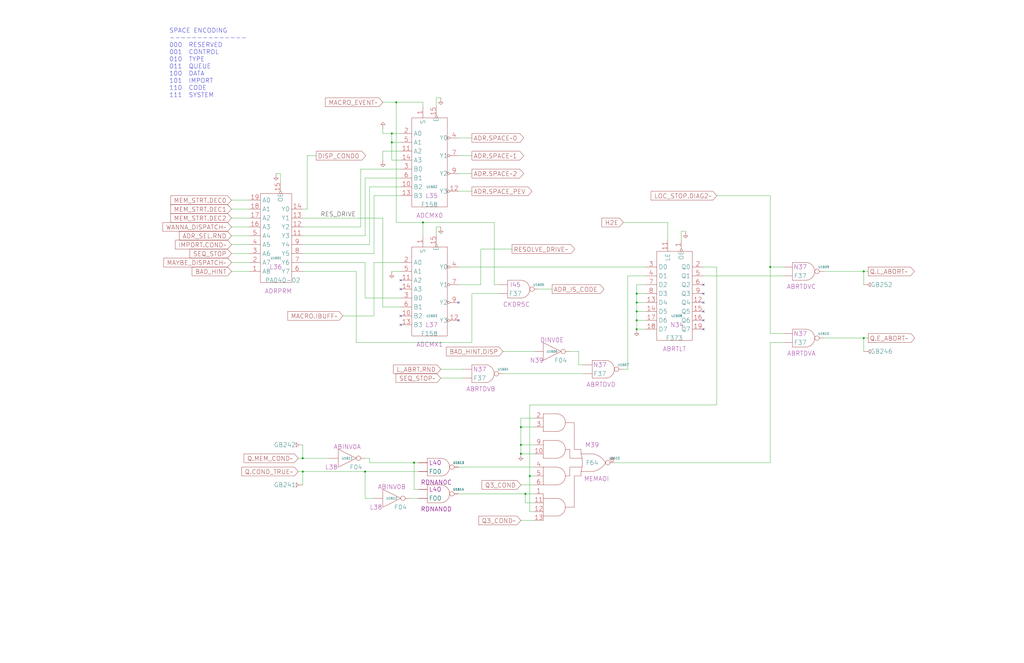
<source format=kicad_sch>
(kicad_sch (version 20230121) (generator eeschema)
  (paper "User" 584.2 378.46)
  (title_block (title "ADDRESS LOGIC CONTROL") (date "22-MAY-90") (rev "1.0") (comment 1 "SEQUENCER") (comment 2 "232-003064") (comment 3 "S400") (comment 4 "RELEASED"))
  (lib_symbols
    (symbol "r1000:F00" (pin_numbers hide) (pin_names hide)
      (property "Reference" "U" (at 15.24 0 0))
      (property "Value" "F00" (at 1.905 -5.08 0))
      (property "Location" "___" (at 1.905 0 0))
      (property "Name" "______" (at 2.54 -12.7 0))
      (symbol "F00_0_1"
        (polyline (pts (xy -2.54 -7.62) (xy 5.08 -7.62)) (stroke (width 0.1524)))
        (polyline (pts (xy -2.54 2.54) (xy -2.54 -7.62)) (stroke (width 0.1524)))
        (polyline (pts (xy -2.54 2.54) (xy 5.08 2.54)) (stroke (width 0.1524)))
        (arc (start 5.08 -7.62) (mid 10.1282 -2.54) (end 5.08 2.54) (stroke (width 0.1524)))
        (circle (center 11.43 -2.54) (radius 1.27) (stroke (width 0.1524)))
      )
      (symbol "F00_0_2"
        (circle (center -3.81 -5.08) (radius 1.27) (stroke (width 0.1524)))
        (circle (center -3.81 0) (radius 1.27) (stroke (width 0.1524)))
        (arc (start -3.175 -7.62) (mid -2.134 -2.54) (end -3.175 2.54) (stroke (width 0.1524)))
        (polyline (pts (xy -3.175 -7.62) (xy 3.81 -7.62)) (stroke (width 0.1524)))
        (polyline (pts (xy -3.175 2.54) (xy 3.81 2.54)) (stroke (width 0.1524)))
        (arc (start 3.81 -7.62) (mid 7.5855 -5.8306) (end 10.16 -2.54) (stroke (width 0.1524)))
        (arc (start 10.16 -2.54) (mid 7.5827 0.7471) (end 3.81 2.54) (stroke (width 0.1524)))
      )
      (symbol "F00_1_1"
        (pin input line (at -7.62 0 0) (length 5.08) (name "D0") (number "1"))
        (pin input line (at -7.62 -5.08 0) (length 5.08) (name "D1") (number "2"))
        (pin output line (at 15.24 -2.54 180) (length 2.54) (name "Q") (number "3"))
      )
      (symbol "F00_1_2"
        (pin input line (at -7.62 0 0) (length 2.54) (name "D0") (number "1"))
        (pin input line (at -7.62 -5.08 0) (length 2.54) (name "D1") (number "2"))
        (pin output line (at 15.24 -2.54 180) (length 5.08) (name "Q") (number "3"))
      )
    )
    (symbol "r1000:F04" (pin_numbers hide) (pin_names hide)
      (property "Reference" "U" (at 0 0 0))
      (property "Value" "F04" (at 1.27 -5.08 0))
      (property "Location" "___" (at -12.7 -5.08 0))
      (property "Name" "______" (at 0 5.08 0))
      (symbol "F04_0_1"
        (polyline (pts (xy -7.62 0) (xy -5.08 0)) (stroke (width 0.1524)))
        (polyline (pts (xy -5.08 5.08) (xy -5.08 -5.08)) (stroke (width 0.1524)))
        (polyline (pts (xy 5.08 0) (xy -5.08 -5.08)) (stroke (width 0.1524)))
        (polyline (pts (xy 5.08 0) (xy -5.08 5.08)) (stroke (width 0.1524)))
        (circle (center 6.35 0) (radius 1.27) (stroke (width 0.1524)))
      )
      (symbol "F04_1_1"
        (pin input line (at -10.16 0 0) (length 2.54) (name "D0") (number "1"))
        (pin output line (at 10.16 0 180) (length 2.54) (name "Q") (number "2"))
      )
    )
    (symbol "r1000:F158" (pin_names (offset 1.016))
      (property "Reference" "U" (at 2.54 5.08 0))
      (property "Value" "F158" (at -3.81 -5.08 0))
      (property "Location" "___" (at -1.27 0 0))
      (property "Name" "______" (at 1.27 -12.7 0))
      (symbol "F158_1_1"
        (rectangle (start -8.89 44.45) (end 11.43 -6.35))
        (circle (center 5.08 45.085) (radius 0.635))
        (circle (center 12.065 2.54) (radius 0.635))
        (circle (center 12.065 12.7) (radius 0.635))
        (circle (center 12.065 22.86) (radius 0.635))
        (circle (center 12.065 33.02) (radius 0.635))
        (pin input line (at -2.54 50.8 270) (length 6.35) (name "S") (number "1"))
        (pin input line (at -15.24 5.08 0) (length 6.35) (name "B2") (number "10"))
        (pin input line (at -15.24 25.4 0) (length 6.35) (name "A2") (number "11"))
        (pin output line (at 17.78 2.54 180) (length 5.08) (name "Y3") (number "12"))
        (pin input line (at -15.24 0 0) (length 6.35) (name "B3") (number "13"))
        (pin input line (at -15.24 20.32 0) (length 6.35) (name "A3") (number "14"))
        (pin input line (at 5.08 50.8 270) (length 5.08) (name "E") (number "15"))
        (pin input line (at -15.24 35.56 0) (length 6.35) (name "A0") (number "2"))
        (pin input line (at -15.24 15.24 0) (length 6.35) (name "B0") (number "3"))
        (pin output line (at 17.78 33.02 180) (length 5.08) (name "Y0") (number "4"))
        (pin input line (at -15.24 30.48 0) (length 6.35) (name "A1") (number "5"))
        (pin input line (at -15.24 10.16 0) (length 6.35) (name "B1") (number "6"))
        (pin output line (at 17.78 22.86 180) (length 5.08) (name "Y1") (number "7"))
        (pin output line (at 17.78 12.7 180) (length 5.08) (name "Y2") (number "9"))
      )
    )
    (symbol "r1000:F37" (pin_numbers hide) (pin_names (offset 0) hide)
      (property "Reference" "U" (at 15.24 0 0))
      (property "Value" "F37" (at 1.905 -5.08 0))
      (property "Location" "___" (at 1.905 0 0))
      (property "Name" "______" (at 2.54 -12.7 0))
      (symbol "F37_0_1"
        (polyline (pts (xy -2.54 -7.62) (xy 5.08 -7.62)) (stroke (width 0.1524)))
        (polyline (pts (xy -2.54 2.54) (xy -2.54 -7.62)) (stroke (width 0.1524)))
        (polyline (pts (xy -2.54 2.54) (xy 5.08 2.54)) (stroke (width 0.1524)))
        (arc (start 5.08 -7.62) (mid 10.1282 -2.54) (end 5.08 2.54) (stroke (width 0.1524)))
        (circle (center 11.43 -2.54) (radius 1.27) (stroke (width 0.1524)))
      )
      (symbol "F37_0_2"
        (circle (center -3.81 -5.08) (radius 1.27) (stroke (width 0.1524)))
        (circle (center -3.81 0) (radius 1.27) (stroke (width 0.1524)))
        (arc (start -3.175 -7.62) (mid -2.134 -2.54) (end -3.175 2.54) (stroke (width 0.1524)))
        (polyline (pts (xy -3.175 -7.62) (xy 3.81 -7.62)) (stroke (width 0.1524)))
        (polyline (pts (xy -3.175 2.54) (xy 3.81 2.54)) (stroke (width 0.1524)))
        (arc (start 3.81 -7.62) (mid 7.5855 -5.8306) (end 10.16 -2.54) (stroke (width 0.1524)))
        (arc (start 10.16 -2.54) (mid 7.5827 0.7471) (end 3.81 2.54) (stroke (width 0.1524)))
      )
      (symbol "F37_1_1"
        (pin input line (at -7.62 0 0) (length 5.08) (name "D0") (number "1"))
        (pin input line (at -7.62 -5.08 0) (length 5.08) (name "D1") (number "2"))
        (pin output line (at 15.24 -2.54 180) (length 2.54) (name "Q") (number "3"))
      )
      (symbol "F37_1_2"
        (pin input line (at -7.62 0 0) (length 2.54) (name "D0") (number "1"))
        (pin input line (at -7.62 -5.08 0) (length 2.54) (name "D1") (number "2"))
        (pin output line (at 15.24 -2.54 180) (length 5.08) (name "Q") (number "3"))
      )
    )
    (symbol "r1000:F373" (pin_names (offset 1.016))
      (property "Reference" "U" (at 2.54 5.08 0))
      (property "Value" "F373" (at -3.81 -7.62 0))
      (property "Location" "___" (at -1.27 0 0))
      (property "Name" "______" (at 1.27 -15.24 0))
      (symbol "F373_1_1"
        (rectangle (start -8.89 41.91) (end 11.43 -8.89))
        (circle (center 5.08 42.545) (radius 0.635))
        (pin input line (at 5.08 48.26 270) (length 5.08) (name "OE") (number "1"))
        (pin input line (at -2.54 48.26 270) (length 6.35) (name "LE") (number "11"))
        (pin tri_state line (at 17.78 12.7 180) (length 6.35) (name "Q4") (number "12"))
        (pin input line (at -15.24 12.7 0) (length 6.35) (name "D4") (number "13"))
        (pin input line (at -15.24 7.62 0) (length 6.35) (name "D5") (number "14"))
        (pin tri_state line (at 17.78 7.62 180) (length 6.35) (name "Q5") (number "15"))
        (pin tri_state line (at 17.78 2.54 180) (length 6.35) (name "Q6") (number "16"))
        (pin input line (at -15.24 2.54 0) (length 6.35) (name "D6") (number "17"))
        (pin input line (at -15.24 -2.54 0) (length 6.35) (name "D7") (number "18"))
        (pin tri_state line (at 17.78 -2.54 180) (length 6.35) (name "Q7") (number "19"))
        (pin tri_state line (at 17.78 33.02 180) (length 6.35) (name "Q0") (number "2"))
        (pin input line (at -15.24 33.02 0) (length 6.35) (name "D0") (number "3"))
        (pin input line (at -15.24 27.94 0) (length 6.35) (name "D1") (number "4"))
        (pin tri_state line (at 17.78 27.94 180) (length 6.35) (name "Q1") (number "5"))
        (pin tri_state line (at 17.78 22.86 180) (length 6.35) (name "Q2") (number "6"))
        (pin input line (at -15.24 22.86 0) (length 6.35) (name "D2") (number "7"))
        (pin input line (at -15.24 17.78 0) (length 6.35) (name "D3") (number "8"))
        (pin tri_state line (at 17.78 17.78 180) (length 6.35) (name "Q3") (number "9"))
      )
    )
    (symbol "r1000:F64" (pin_names hide)
      (property "Reference" "U" (at 15.24 2.54 0))
      (property "Value" "F64" (at 2.54 0 0))
      (property "Location" "___" (at 2.54 10.16 0))
      (property "Name" "______" (at 5.08 -10.62 0))
      (symbol "F64_0_0"
        (arc (start -17.78 -30.48) (mid -14.1879 -28.9921) (end -12.7 -25.4) (stroke (width 0.1524)))
        (arc (start -17.78 -12.7) (mid -14.1879 -11.2121) (end -12.7 -7.62) (stroke (width 0.1524)))
        (arc (start -17.78 2.54) (mid -14.1879 4.0279) (end -12.7 7.62) (stroke (width 0.1524)))
        (arc (start -17.78 17.78) (mid -14.1879 19.2679) (end -12.7 22.86) (stroke (width 0.1524)))
        (arc (start -12.7 -25.4) (mid -14.1879 -21.8079) (end -17.78 -20.32) (stroke (width 0.1524)))
        (arc (start -12.7 -7.62) (mid -14.1879 -4.0279) (end -17.78 -2.54) (stroke (width 0.1524)))
        (arc (start -12.7 7.62) (mid -14.1879 11.2121) (end -17.78 12.7) (stroke (width 0.1524)))
        (arc (start -12.7 22.86) (mid -14.1879 26.4521) (end -17.78 27.94) (stroke (width 0.1524)))
        (arc (start -3.8173 -5.08) (mid -2.9926 0) (end -3.8173 5.08) (stroke (width 0.1524)))
        (polyline (pts (xy -25.4 -30.48) (xy -17.78 -30.48)) (stroke (width 0.1524)))
        (polyline (pts (xy -25.4 -20.32) (xy -17.78 -20.32)) (stroke (width 0.1524)))
        (polyline (pts (xy -25.4 -12.7) (xy -17.78 -12.7)) (stroke (width 0.1524)))
        (polyline (pts (xy -25.4 -2.54) (xy -17.78 -2.54)) (stroke (width 0.1524)))
        (polyline (pts (xy -25.4 2.54) (xy -17.78 2.54)) (stroke (width 0.1524)))
        (polyline (pts (xy -25.4 12.7) (xy -17.78 12.7)) (stroke (width 0.1524)))
        (polyline (pts (xy -25.4 17.78) (xy -17.78 17.78)) (stroke (width 0.1524)))
        (polyline (pts (xy -25.4 27.94) (xy -17.78 27.94)) (stroke (width 0.1524)))
        (polyline (pts (xy -3.81 -5.08) (xy 2.54 -5.08)) (stroke (width 0.1524)))
        (polyline (pts (xy -3.81 5.08) (xy 2.54 5.08)) (stroke (width 0.1524)))
        (arc (start 2.54 -5.08) (mid 6.9504 -3.4405) (end 10.16 0) (stroke (width 0.1524)))
        (arc (start 10.16 0) (mid 6.9516 3.4424) (end 2.54 5.08) (stroke (width 0.1524)))
        (circle (center 11.43 0) (radius 1.27) (stroke (width 0.1524)))
      )
      (symbol "F64_0_1"
        (polyline (pts (xy -25.4 -33.02) (xy -25.4 -30.48)) (stroke (width 0.1524)))
        (polyline (pts (xy -25.4 -20.32) (xy -25.4 -30.48)) (stroke (width 0.1524)))
        (polyline (pts (xy -25.4 -17.78) (xy -25.4 -20.32)) (stroke (width 0.1524)))
        (polyline (pts (xy -25.4 -2.54) (xy -25.4 -12.7)) (stroke (width 0.1524)))
        (polyline (pts (xy -25.4 12.7) (xy -25.4 2.54)) (stroke (width 0.1524)))
        (polyline (pts (xy -25.4 27.94) (xy -25.4 17.78)) (stroke (width 0.1524)))
        (polyline (pts (xy -12.7 -7.62) (xy -12.7 -7.62)) (stroke (width 0.1524)))
        (polyline (pts (xy -5.08 -2.54) (xy -3.175 -2.54)) (stroke (width 0.1524)))
        (polyline (pts (xy -5.08 2.54) (xy -3.175 2.54)) (stroke (width 0.1524)))
        (polyline (pts (xy -12.7 -7.62) (xy -10.16 -7.62) (xy -10.16 -2.54) (xy -5.08 -2.54)) (stroke (width 0.1524)))
        (polyline (pts (xy -12.7 7.62) (xy -10.16 7.62) (xy -10.16 2.54) (xy -5.08 2.54)) (stroke (width 0.1524)))
        (polyline (pts (xy -3.81 -5.08) (xy -3.81 -7.62) (xy -7.62 -7.62) (xy -7.62 -25.4) (xy -12.7 -25.4)) (stroke (width 0.1524)))
        (polyline (pts (xy -3.81 5.08) (xy -3.81 7.62) (xy -7.62 7.62) (xy -7.62 22.86) (xy -12.7 22.86)) (stroke (width 0.1524)))
      )
      (symbol "F64_1_1"
        (pin input line (at -30.48 -17.78 0) (length 5.08) (name "D0") (number "1"))
        (pin input line (at -30.48 5.08 0) (length 5.08) (name "B1") (number "10"))
        (pin input line (at -30.48 -22.86 0) (length 5.08) (name "D1") (number "11"))
        (pin input line (at -30.48 -27.94 0) (length 5.08) (name "D2") (number "12"))
        (pin input line (at -30.48 -33.02 0) (length 5.08) (name "D3") (number "13"))
        (pin input line (at -30.48 25.4 0) (length 5.08) (name "A0") (number "2"))
        (pin input line (at -30.48 20.32 0) (length 5.08) (name "A1") (number "3"))
        (pin input line (at -30.48 -2.54 0) (length 5.08) (name "C0") (number "4"))
        (pin input line (at -30.48 -7.62 0) (length 5.08) (name "C1") (number "5"))
        (pin input line (at -30.48 -12.7 0) (length 5.08) (name "C2") (number "6"))
        (pin output line (at 15.24 0 180) (length 2.54) (name "Q") (number "8"))
        (pin input line (at -30.48 10.16 0) (length 5.08) (name "B0") (number "9"))
      )
    )
    (symbol "r1000:GB" (pin_numbers hide) (pin_names (offset 0) hide)
      (property "Reference" "GB" (at 3.81 0 0))
      (symbol "GB_0_1"
        (polyline (pts (xy 2.54 0) (xy 3.81 1.27) (xy 3.81 -1.27) (xy 2.54 0)) (stroke (width 0.1524)))
      )
      (symbol "GB_1_1"
        (pin bidirectional line (at 0 0 0) (length 2.54) (name "") (number "1"))
      )
    )
    (symbol "r1000:PAxxx" (pin_names (offset 1.016))
      (property "Reference" "U" (at 2.54 5.08 0))
      (property "Value" "PAxxx" (at -3.81 -7.62 0))
      (property "Location" "___" (at -1.27 0 0))
      (property "Name" "______" (at 3.81 -15.24 0))
      (symbol "PAxxx_1_1"
        (rectangle (start -6.35 41.91) (end 11.43 -8.89))
        (circle (center 5.08 42.545) (radius 0.635))
        (pin input line (at -12.7 -2.54 0) (length 6.35) (name "A8") (number "1"))
        (pin tri_state line (at 17.78 17.78 180) (length 6.35) (name "Y3") (number "11"))
        (pin tri_state line (at 17.78 22.86 180) (length 6.35) (name "Y2") (number "12"))
        (pin tri_state line (at 17.78 27.94 180) (length 6.35) (name "Y1") (number "13"))
        (pin tri_state line (at 17.78 33.02 180) (length 6.35) (name "Y0") (number "14"))
        (pin input line (at 5.08 48.26 270) (length 5.08) (name "OE") (number "15"))
        (pin input line (at -12.7 22.86 0) (length 6.35) (name "A3") (number "16"))
        (pin input line (at -12.7 27.94 0) (length 6.35) (name "A2") (number "17"))
        (pin input line (at -12.7 33.02 0) (length 6.35) (name "A1") (number "18"))
        (pin input line (at -12.7 38.1 0) (length 6.35) (name "A0") (number "19"))
        (pin input line (at -12.7 2.54 0) (length 6.35) (name "A7") (number "2"))
        (pin input line (at -12.7 7.62 0) (length 6.35) (name "A6") (number "3"))
        (pin input line (at -12.7 12.7 0) (length 6.35) (name "A5") (number "4"))
        (pin input line (at -12.7 17.78 0) (length 6.35) (name "A4") (number "5"))
        (pin tri_state line (at 17.78 -2.54 180) (length 6.35) (name "Y7") (number "6"))
        (pin tri_state line (at 17.78 2.54 180) (length 6.35) (name "Y6") (number "7"))
        (pin tri_state line (at 17.78 7.62 180) (length 6.35) (name "Y5") (number "8"))
        (pin tri_state line (at 17.78 12.7 180) (length 6.35) (name "Y4") (number "9"))
      )
    )
    (symbol "r1000:PD" (power) (pin_numbers hide) (pin_names hide) (in_bom no)
      (symbol "PD_0_1"
        (polyline (pts (xy 0 -2.54) (xy 1.27 -2.54) (xy 0 -3.81) (xy -1.27 -2.54) (xy 0 -2.54)) (stroke (width 0.1524)))
      )
      (symbol "PD_1_1"
        (pin power_in line (at 0 0 270) (length 2.54) (name "PD") (number "1"))
      )
    )
    (symbol "r1000:PU" (power) (pin_numbers hide) (pin_names hide)
      (symbol "PU_0_1"
        (polyline (pts (xy 0 2.54) (xy -1.27 2.54) (xy 0 3.81) (xy 1.27 2.54) (xy 0 2.54)) (stroke (width 0.1524)))
      )
      (symbol "PU_1_1"
        (pin power_in line (at 0 0 90) (length 2.54) (name "PU") (number "1"))
      )
    )
  )
  (junction (at 241.3 127))
  (junction (at 223.52 76.2))
  (junction (at 297.18 254))
  (junction (at 172.72 261.62))
  (junction (at 208.28 269.24))
  (junction (at 223.52 81.28))
  (junction (at 297.18 243.84))
  (junction (at 172.72 269.24))
  (junction (at 236.22 264.16))
  (junction (at 363.22 172.72))
  (junction (at 363.22 187.96))
  (junction (at 439.42 152.4))
  (junction (at 302.26 271.78))
  (junction (at 363.22 177.8))
  (junction (at 492.76 154.94))
  (junction (at 299.72 281.94))
  (junction (at 363.22 182.88))
  (junction (at 297.18 259.08))
  (junction (at 363.22 167.64))
  (junction (at 492.76 193.04))
  (junction (at 226.06 58.42))
  (no_connect (at 228.6 180.34))
  (no_connect (at 401.32 167.64))
  (no_connect (at 261.62 182.88))
  (no_connect (at 228.6 185.42))
  (no_connect (at 401.32 182.88))
  (no_connect (at 401.32 187.96))
  (no_connect (at 401.32 177.8))
  (no_connect (at 401.32 162.56))
  (no_connect (at 401.32 172.72))
  (no_connect (at 228.6 160.02))
  (no_connect (at 228.6 165.1))
  (no_connect (at 261.62 172.72))
  (wire (pts (xy 210.82 139.7) (xy 172.72 139.7)))
  (wire (pts (xy 208.28 269.24) (xy 238.76 269.24)))
  (wire (pts (xy 299.72 281.94) (xy 304.8 281.94)))
  (wire (pts (xy 287.02 200.66) (xy 304.8 200.66)))
  (wire (pts (xy 261.62 99.06) (xy 269.24 99.06)))
  (wire (pts (xy 228.6 106.68) (xy 210.82 106.68)))
  (wire (pts (xy 210.82 261.62) (xy 210.82 264.16)))
  (wire (pts (xy 228.6 149.86) (xy 213.36 149.86)))
  (wire (pts (xy 302.26 231.14) (xy 302.26 271.78)))
  (wire (pts (xy 157.48 99.06) (xy 160.02 99.06)))
  (wire (pts (xy 439.42 152.4) (xy 447.04 152.4)))
  (wire (pts (xy 358.14 157.48) (xy 368.3 157.48)))
  (wire (pts (xy 172.72 134.62) (xy 208.28 134.62)))
  (wire (pts (xy 401.32 152.4) (xy 408.94 152.4)))
  (wire (pts (xy 170.18 261.62) (xy 172.72 261.62)))
  (wire (pts (xy 439.42 190.5) (xy 439.42 152.4)))
  (wire (pts (xy 203.2 154.94) (xy 203.2 195.58)))
  (wire (pts (xy 228.6 170.18) (xy 208.28 170.18)))
  (wire (pts (xy 381 127) (xy 381 137.16)))
  (wire (pts (xy 208.28 149.86) (xy 172.72 149.86)))
  (wire (pts (xy 355.6 210.82) (xy 358.14 210.82)))
  (wire (pts (xy 170.18 269.24) (xy 172.72 269.24)))
  (wire (pts (xy 132.08 139.7) (xy 142.24 139.7)))
  (wire (pts (xy 172.72 154.94) (xy 203.2 154.94)))
  (wire (pts (xy 363.22 187.96) (xy 368.3 187.96)))
  (wire (pts (xy 233.68 284.48) (xy 238.76 284.48)))
  (wire (pts (xy 325.12 200.66) (xy 330.2 200.66)))
  (wire (pts (xy 358.14 210.82) (xy 358.14 157.48)))
  (wire (pts (xy 132.08 119.38) (xy 142.24 119.38)))
  (wire (pts (xy 241.3 127) (xy 241.3 134.62)))
  (wire (pts (xy 408.94 152.4) (xy 408.94 231.14)))
  (wire (pts (xy 287.02 213.36) (xy 332.74 213.36)))
  (wire (pts (xy 492.76 154.94) (xy 492.76 162.56)))
  (wire (pts (xy 172.72 124.46) (xy 218.44 124.46)))
  (wire (pts (xy 261.62 78.74) (xy 269.24 78.74)))
  (wire (pts (xy 132.08 129.54) (xy 142.24 129.54)))
  (wire (pts (xy 226.06 58.42) (xy 218.44 58.42)))
  (wire (pts (xy 368.3 162.56) (xy 363.22 162.56)))
  (wire (pts (xy 213.36 144.78) (xy 172.72 144.78)))
  (wire (pts (xy 208.28 261.62) (xy 210.82 261.62)))
  (wire (pts (xy 160.02 99.06) (xy 160.02 104.14)))
  (wire (pts (xy 297.18 276.86) (xy 304.8 276.86)))
  (wire (pts (xy 363.22 182.88) (xy 368.3 182.88)))
  (wire (pts (xy 355.6 127) (xy 381 127)))
  (wire (pts (xy 492.76 154.94) (xy 495.3 154.94)))
  (wire (pts (xy 299.72 287.02) (xy 299.72 281.94)))
  (wire (pts (xy 228.6 96.52) (xy 205.74 96.52)))
  (wire (pts (xy 210.82 106.68) (xy 210.82 139.7)))
  (wire (pts (xy 175.26 119.38) (xy 175.26 88.9)))
  (wire (pts (xy 218.44 73.66) (xy 218.44 76.2)))
  (wire (pts (xy 388.62 132.08) (xy 388.62 137.16)))
  (wire (pts (xy 203.2 195.58) (xy 269.24 195.58)))
  (wire (pts (xy 210.82 264.16) (xy 236.22 264.16)))
  (wire (pts (xy 281.94 162.56) (xy 284.48 162.56)))
  (wire (pts (xy 251.46 55.88) (xy 248.92 55.88)))
  (wire (pts (xy 213.36 149.86) (xy 213.36 180.34)))
  (wire (pts (xy 297.18 238.76) (xy 297.18 243.84)))
  (wire (pts (xy 195.58 180.34) (xy 213.36 180.34)))
  (wire (pts (xy 274.32 162.56) (xy 274.32 142.24)))
  (wire (pts (xy 223.52 91.44) (xy 223.52 81.28)))
  (wire (pts (xy 132.08 114.3) (xy 142.24 114.3)))
  (wire (pts (xy 228.6 111.76) (xy 213.36 111.76)))
  (wire (pts (xy 172.72 254) (xy 172.72 261.62)))
  (wire (pts (xy 223.52 154.94) (xy 228.6 154.94)))
  (wire (pts (xy 241.3 58.42) (xy 226.06 58.42)))
  (wire (pts (xy 236.22 264.16) (xy 238.76 264.16)))
  (wire (pts (xy 261.62 109.22) (xy 269.24 109.22)))
  (wire (pts (xy 205.74 129.54) (xy 172.72 129.54)))
  (wire (pts (xy 408.94 111.76) (xy 439.42 111.76)))
  (wire (pts (xy 213.36 111.76) (xy 213.36 144.78)))
  (wire (pts (xy 391.16 132.08) (xy 388.62 132.08)))
  (wire (pts (xy 218.44 86.36) (xy 218.44 91.44)))
  (wire (pts (xy 363.22 172.72) (xy 363.22 177.8)))
  (wire (pts (xy 248.92 55.88) (xy 248.92 60.96)))
  (wire (pts (xy 363.22 167.64) (xy 368.3 167.64)))
  (wire (pts (xy 228.6 91.44) (xy 223.52 91.44)))
  (wire (pts (xy 132.08 149.86) (xy 142.24 149.86)))
  (wire (pts (xy 363.22 172.72) (xy 368.3 172.72)))
  (wire (pts (xy 447.04 190.5) (xy 439.42 190.5)))
  (wire (pts (xy 363.22 177.8) (xy 368.3 177.8)))
  (wire (pts (xy 307.34 165.1) (xy 314.96 165.1)))
  (wire (pts (xy 297.18 254) (xy 297.18 259.08)))
  (wire (pts (xy 218.44 76.2) (xy 223.52 76.2)))
  (wire (pts (xy 302.26 292.1) (xy 304.8 292.1)))
  (wire (pts (xy 297.18 297.18) (xy 304.8 297.18)))
  (wire (pts (xy 172.72 119.38) (xy 175.26 119.38)))
  (wire (pts (xy 226.06 58.42) (xy 226.06 127)))
  (wire (pts (xy 492.76 193.04) (xy 492.76 200.66)))
  (wire (pts (xy 218.44 124.46) (xy 218.44 175.26)))
  (wire (pts (xy 218.44 175.26) (xy 228.6 175.26)))
  (wire (pts (xy 208.28 101.6) (xy 208.28 134.62)))
  (wire (pts (xy 261.62 162.56) (xy 274.32 162.56)))
  (wire (pts (xy 241.3 127) (xy 281.94 127)))
  (wire (pts (xy 175.26 88.9) (xy 180.34 88.9)))
  (wire (pts (xy 274.32 142.24) (xy 292.1 142.24)))
  (wire (pts (xy 408.94 231.14) (xy 302.26 231.14)))
  (wire (pts (xy 172.72 269.24) (xy 208.28 269.24)))
  (wire (pts (xy 302.26 271.78) (xy 304.8 271.78)))
  (wire (pts (xy 350.52 264.16) (xy 439.42 264.16)))
  (wire (pts (xy 223.52 81.28) (xy 223.52 76.2)))
  (wire (pts (xy 172.72 269.24) (xy 172.72 276.86)))
  (wire (pts (xy 492.76 193.04) (xy 495.3 193.04)))
  (wire (pts (xy 469.9 154.94) (xy 492.76 154.94)))
  (wire (pts (xy 439.42 195.58) (xy 447.04 195.58)))
  (wire (pts (xy 251.46 210.82) (xy 264.16 210.82)))
  (wire (pts (xy 223.52 81.28) (xy 228.6 81.28)))
  (wire (pts (xy 132.08 154.94) (xy 142.24 154.94)))
  (wire (pts (xy 304.8 238.76) (xy 297.18 238.76)))
  (wire (pts (xy 208.28 170.18) (xy 208.28 149.86)))
  (wire (pts (xy 236.22 279.4) (xy 236.22 264.16)))
  (wire (pts (xy 363.22 167.64) (xy 363.22 172.72)))
  (wire (pts (xy 330.2 200.66) (xy 330.2 208.28)))
  (wire (pts (xy 132.08 124.46) (xy 142.24 124.46)))
  (wire (pts (xy 469.9 193.04) (xy 492.76 193.04)))
  (wire (pts (xy 208.28 284.48) (xy 213.36 284.48)))
  (wire (pts (xy 363.22 162.56) (xy 363.22 167.64)))
  (wire (pts (xy 251.46 129.54) (xy 248.92 129.54)))
  (wire (pts (xy 238.76 279.4) (xy 236.22 279.4)))
  (wire (pts (xy 261.62 266.7) (xy 304.8 266.7)))
  (wire (pts (xy 439.42 264.16) (xy 439.42 195.58)))
  (wire (pts (xy 223.52 76.2) (xy 228.6 76.2)))
  (wire (pts (xy 261.62 281.94) (xy 299.72 281.94)))
  (wire (pts (xy 297.18 243.84) (xy 297.18 254)))
  (wire (pts (xy 132.08 134.62) (xy 142.24 134.62)))
  (wire (pts (xy 172.72 261.62) (xy 187.96 261.62)))
  (wire (pts (xy 363.22 182.88) (xy 363.22 187.96)))
  (wire (pts (xy 261.62 88.9) (xy 269.24 88.9)))
  (wire (pts (xy 297.18 254) (xy 304.8 254)))
  (wire (pts (xy 241.3 60.96) (xy 241.3 58.42)))
  (wire (pts (xy 228.6 101.6) (xy 208.28 101.6)))
  (wire (pts (xy 269.24 167.64) (xy 284.48 167.64)))
  (wire (pts (xy 281.94 127) (xy 281.94 162.56)))
  (wire (pts (xy 401.32 157.48) (xy 447.04 157.48)))
  (wire (pts (xy 302.26 271.78) (xy 302.26 292.1)))
  (wire (pts (xy 297.18 243.84) (xy 304.8 243.84)))
  (wire (pts (xy 208.28 269.24) (xy 208.28 284.48)))
  (wire (pts (xy 297.18 259.08) (xy 304.8 259.08)))
  (wire (pts (xy 226.06 127) (xy 241.3 127)))
  (wire (pts (xy 304.8 287.02) (xy 299.72 287.02)))
  (wire (pts (xy 228.6 86.36) (xy 218.44 86.36)))
  (wire (pts (xy 330.2 208.28) (xy 332.74 208.28)))
  (wire (pts (xy 248.92 129.54) (xy 248.92 134.62)))
  (wire (pts (xy 439.42 111.76) (xy 439.42 152.4)))
  (wire (pts (xy 261.62 152.4) (xy 368.3 152.4)))
  (wire (pts (xy 205.74 96.52) (xy 205.74 129.54)))
  (wire (pts (xy 363.22 177.8) (xy 363.22 182.88)))
  (wire (pts (xy 269.24 167.64) (xy 269.24 195.58)))
  (wire (pts (xy 132.08 144.78) (xy 142.24 144.78)))
  (wire (pts (xy 251.46 215.9) (xy 264.16 215.9)))
  (text "SPACE ENCODING\n--------------\n000  RESERVED\n001  CONTROL\n010  TYPE\n011  QUEUE\n100  DATA\n101  IMPORT\n110  CODE\n111  SYSTEM" (at 96.52 55.88 0) (effects (font (size 2.54 2.54)) (justify left bottom)))
  (label "RES_DRIVE" (at 182.88 124.46 0) (effects (font (size 2.54 2.54))))
  (global_label "SEQ_STOP" (shape input) (at 132.08 144.78 180) (effects (font (size 2.54 2.54))) (property "Intersheetrefs" "${INTERSHEET_REFS}" (at 108.3854 144.6213 0) (effects (font (size 1.905 1.905)) (justify right))))
  (global_label "ADR.SPACE_PEV" (shape output) (at 269.24 109.22 0) (effects (font (size 2.54 2.54))) (property "Intersheetrefs" "${INTERSHEET_REFS}" (at 303.4574 109.0613 0) (effects (font (size 1.905 1.905)) (justify left))))
  (global_label "H2E" (shape input) (at 355.6 127 180) (effects (font (size 2.54 2.54))) (property "Intersheetrefs" "${INTERSHEET_REFS}" (at 343.3959 126.8413 0) (effects (font (size 1.905 1.905)) (justify right))))
  (global_label "MAYBE_DISPATCH~" (shape input) (at 132.08 149.86 180) (effects (font (size 2.54 2.54))) (property "Intersheetrefs" "${INTERSHEET_REFS}" (at 93.3873 149.7013 0) (effects (font (size 1.905 1.905)) (justify right))))
  (global_label "Q3_COND" (shape input) (at 297.18 276.86 180) (effects (font (size 2.54 2.54))) (property "Intersheetrefs" "${INTERSHEET_REFS}" (at 274.9369 276.7013 0) (effects (font (size 1.905 1.905)) (justify right))))
  (global_label "MEM_STRT.DEC1" (shape input) (at 132.08 119.38 180) (effects (font (size 2.54 2.54))) (property "Intersheetrefs" "${INTERSHEET_REFS}" (at 97.3788 119.2213 0) (effects (font (size 1.905 1.905)) (justify right))))
  (global_label "ADR.SPACE~1" (shape output) (at 269.24 88.9 0) (effects (font (size 2.54 2.54))) (property "Intersheetrefs" "${INTERSHEET_REFS}" (at 298.7403 88.7413 0) (effects (font (size 1.905 1.905)) (justify left))))
  (global_label "BAD_HINT" (shape input) (at 132.08 154.94 180) (effects (font (size 2.54 2.54))) (property "Intersheetrefs" "${INTERSHEET_REFS}" (at 109.595 154.7813 0) (effects (font (size 1.905 1.905)) (justify right))))
  (global_label "Q3_COND~" (shape input) (at 297.18 297.18 180) (effects (font (size 2.54 2.54))) (property "Intersheetrefs" "${INTERSHEET_REFS}" (at 273.1226 297.0213 0) (effects (font (size 1.905 1.905)) (justify right))))
  (global_label "MEM_STRT.DEC0" (shape input) (at 132.08 114.3 180) (effects (font (size 2.54 2.54))) (property "Intersheetrefs" "${INTERSHEET_REFS}" (at 97.3788 114.1413 0) (effects (font (size 1.905 1.905)) (justify right))))
  (global_label "BAD_HINT.DISP" (shape input) (at 287.02 200.66 180) (effects (font (size 2.54 2.54))) (property "Intersheetrefs" "${INTERSHEET_REFS}" (at 254.6169 200.5013 0) (effects (font (size 1.905 1.905)) (justify right))))
  (global_label "DISP_COND0" (shape output) (at 180.34 88.9 0) (effects (font (size 2.54 2.54))) (property "Intersheetrefs" "${INTERSHEET_REFS}" (at 208.6308 88.7413 0) (effects (font (size 1.905 1.905)) (justify left))))
  (global_label "SEQ_STOP~" (shape input) (at 251.46 215.9 180) (effects (font (size 2.54 2.54))) (property "Intersheetrefs" "${INTERSHEET_REFS}" (at 225.9511 215.7413 0) (effects (font (size 1.905 1.905)) (justify right))))
  (global_label "Q.E_ABORT~" (shape output) (at 495.3 193.04 0) (effects (font (size 2.54 2.54))) (property "Intersheetrefs" "${INTERSHEET_REFS}" (at 521.8974 192.8813 0) (effects (font (size 1.905 1.905)) (justify left))))
  (global_label "Q.L_ABORT~" (shape output) (at 495.3 154.94 0) (effects (font (size 2.54 2.54))) (property "Intersheetrefs" "${INTERSHEET_REFS}" (at 521.6555 154.7813 0) (effects (font (size 1.905 1.905)) (justify left))))
  (global_label "IMPORT.COND~" (shape input) (at 132.08 139.7 180) (effects (font (size 2.54 2.54))) (property "Intersheetrefs" "${INTERSHEET_REFS}" (at 100.0397 139.5413 0) (effects (font (size 1.905 1.905)) (justify right))))
  (global_label "MEM_STRT.DEC2" (shape input) (at 132.08 124.46 180) (effects (font (size 2.54 2.54))) (property "Intersheetrefs" "${INTERSHEET_REFS}" (at 97.3788 124.3013 0) (effects (font (size 1.905 1.905)) (justify right))))
  (global_label "Q.MEM_COND~" (shape input) (at 170.18 261.62 180) (effects (font (size 2.54 2.54))) (property "Intersheetrefs" "${INTERSHEET_REFS}" (at 139.2283 261.4613 0) (effects (font (size 1.905 1.905)) (justify right))))
  (global_label "MACRO_EVENT~" (shape input) (at 218.44 58.42 180) (effects (font (size 2.54 2.54))) (property "Intersheetrefs" "${INTERSHEET_REFS}" (at 185.674 58.2613 0) (effects (font (size 1.905 1.905)) (justify right))))
  (global_label "L_ABRT.RND" (shape input) (at 251.46 210.82 180) (effects (font (size 2.54 2.54))) (property "Intersheetrefs" "${INTERSHEET_REFS}" (at 224.4997 210.6613 0) (effects (font (size 1.905 1.905)) (justify right))))
  (global_label "Q.COND_TRUE~" (shape input) (at 170.18 269.24 180) (effects (font (size 2.54 2.54))) (property "Intersheetrefs" "${INTERSHEET_REFS}" (at 137.8978 269.0813 0) (effects (font (size 1.905 1.905)) (justify right))))
  (global_label "ADR_SEL.RND" (shape input) (at 132.08 134.62 180) (effects (font (size 2.54 2.54))) (property "Intersheetrefs" "${INTERSHEET_REFS}" (at 102.3378 134.4613 0) (effects (font (size 1.905 1.905)) (justify right))))
  (global_label "MACRO.IBUFF~" (shape input) (at 195.58 180.34 180) (effects (font (size 2.54 2.54))) (property "Intersheetrefs" "${INTERSHEET_REFS}" (at 164.1445 180.1813 0) (effects (font (size 1.905 1.905)) (justify right))))
  (global_label "LOC_STOP.DIAG2~" (shape input) (at 408.94 111.76 180) (effects (font (size 2.54 2.54))) (property "Intersheetrefs" "${INTERSHEET_REFS}" (at 371.4569 111.6013 0) (effects (font (size 1.905 1.905)) (justify right))))
  (global_label "ADR.SPACE~0" (shape output) (at 269.24 78.74 0) (effects (font (size 2.54 2.54))) (property "Intersheetrefs" "${INTERSHEET_REFS}" (at 298.7403 78.5813 0) (effects (font (size 1.905 1.905)) (justify left))))
  (global_label "RESOLVE_DRIVE~" (shape output) (at 292.1 142.24 0) (effects (font (size 2.54 2.54))) (property "Intersheetrefs" "${INTERSHEET_REFS}" (at 327.8898 142.0813 0) (effects (font (size 1.905 1.905)) (justify left))))
  (global_label "WANNA_DISPATCH~" (shape input) (at 132.08 129.54 180) (effects (font (size 2.54 2.54))) (property "Intersheetrefs" "${INTERSHEET_REFS}" (at 92.9035 129.3813 0) (effects (font (size 1.905 1.905)) (justify right))))
  (global_label "ADR.SPACE~2" (shape output) (at 269.24 99.06 0) (effects (font (size 2.54 2.54))) (property "Intersheetrefs" "${INTERSHEET_REFS}" (at 298.7403 98.9013 0) (effects (font (size 1.905 1.905)) (justify left))))
  (global_label "ADR_IS_CODE" (shape output) (at 314.96 165.1 0) (effects (font (size 2.54 2.54))) (property "Intersheetrefs" "${INTERSHEET_REFS}" (at 344.5812 164.9413 0) (effects (font (size 1.905 1.905)) (justify left))))
  (symbol (lib_id "r1000:GB") (at 492.76 200.66 0) (unit 1)
    (property "Reference" "GB246" (at 496.57 200.66 0) (effects (font (size 2.54 2.54)) (justify left)))
    (property "Value" "GB" (effects hide))
  )
  (symbol (lib_id "r1000:F04") (at 314.96 200.66 0) (unit 1)
    (property "Reference" "U1606" (at 314.96 200.66 0))
    (property "Value" "F04" (at 316.23 205.74 0) (effects (font (size 2.54 2.54)) (justify left)))
    (property "Location" "N39" (at 302.26 205.74 0) (effects (font (size 2.54 2.54)) (justify left)))
    (property "Name" "DINV0E" (at 314.96 195.58 0) (effects (font (size 2.54 2.54)) (justify bottom)))
  )
  (symbol (lib_id "r1000:F37") (at 271.78 210.82 0) (unit 1)
    (property "Reference" "U1604" (at 287.02 210.82 0))
    (property "Value" "F37" (at 273.685 215.9 0) (effects (font (size 2.54 2.54))))
    (property "Location" "N37" (at 273.685 210.82 0) (effects (font (size 2.54 2.54))))
    (property "Name" "ABRTDVB" (at 274.32 223.52 0) (effects (font (size 2.54 2.54)) (justify bottom)))
  )
  (symbol (lib_id "r1000:F37") (at 340.36 208.28 0) (unit 1)
    (property "Reference" "U1607" (at 355.6 208.28 0))
    (property "Value" "F37" (at 342.265 213.36 0) (effects (font (size 2.54 2.54))))
    (property "Location" "N37" (at 342.265 208.28 0) (effects (font (size 2.54 2.54))))
    (property "Name" "ABRTDVD" (at 342.9 220.98 0) (effects (font (size 2.54 2.54)) (justify bottom)))
  )
  (symbol (lib_id "r1000:PD") (at 363.22 187.96 0) (unit 1) (in_bom no)
    (property "Reference" "#PWR01606" (effects hide))
    (property "Value" "PD" (effects hide))
  )
  (symbol (lib_id "r1000:F158") (at 243.84 111.76 0) (unit 1)
    (property "Reference" "U1602" (at 246.38 106.68 0))
    (property "Value" "F158" (at 240.03 116.84 0) (effects (font (size 2.54 2.54)) (justify left)))
    (property "Location" "L35" (at 242.57 111.76 0) (effects (font (size 2.54 2.54)) (justify left)))
    (property "Name" "ADCMX0" (at 245.11 124.46 0) (effects (font (size 2.54 2.54)) (justify bottom)))
  )
  (symbol (lib_id "r1000:GB") (at 172.72 254 0) (mirror y) (unit 1)
    (property "Reference" "GB242" (at 168.91 254 0) (effects (font (size 2.54 2.54)) (justify left)))
    (property "Value" "GB" (effects hide))
  )
  (symbol (lib_id "r1000:PD") (at 391.16 132.08 0) (unit 1) (in_bom no)
    (property "Reference" "#PWR01607" (effects hide))
    (property "Value" "PD" (effects hide))
  )
  (symbol (lib_id "r1000:PD") (at 297.18 259.08 0) (unit 1) (in_bom no)
    (property "Reference" "#PWR01608" (effects hide))
    (property "Value" "PD" (effects hide))
  )
  (symbol (lib_id "r1000:F37") (at 292.1 162.56 0) (unit 1)
    (property "Reference" "U1605" (at 307.34 162.56 0))
    (property "Value" "F37" (at 294.005 167.64 0) (effects (font (size 2.54 2.54))))
    (property "Location" "I45" (at 294.005 162.56 0) (effects (font (size 2.54 2.54))))
    (property "Name" "CKDR5C" (at 294.64 175.26 0) (effects (font (size 2.54 2.54)) (justify bottom)))
  )
  (symbol (lib_id "r1000:F04") (at 198.12 261.62 0) (unit 1)
    (property "Reference" "U1611" (at 198.12 261.62 0))
    (property "Value" "F04" (at 199.39 266.7 0) (effects (font (size 2.54 2.54)) (justify left)))
    (property "Location" "L38" (at 185.42 266.7 0) (effects (font (size 2.54 2.54)) (justify left)))
    (property "Name" "ABINV0A" (at 198.12 256.54 0) (effects (font (size 2.54 2.54)) (justify bottom)))
  )
  (symbol (lib_id "r1000:F158") (at 243.84 185.42 0) (unit 1)
    (property "Reference" "U1603" (at 246.38 180.34 0))
    (property "Value" "F158" (at 240.03 190.5 0) (effects (font (size 2.54 2.54)) (justify left)))
    (property "Location" "L37" (at 242.57 185.42 0) (effects (font (size 2.54 2.54)) (justify left)))
    (property "Name" "ADCMX1" (at 245.11 198.12 0) (effects (font (size 2.54 2.54)) (justify bottom)))
  )
  (symbol (lib_id "r1000:F64") (at 335.28 264.16 0) (unit 1)
    (property "Reference" "U1615" (at 350.52 261.62 0))
    (property "Value" "F64" (at 337.82 264.16 0) (effects (font (size 2.54 2.54))))
    (property "Location" "M39" (at 337.82 254 0) (effects (font (size 2.54 2.54))))
    (property "Name" "MEMAOI" (at 340.36 274.78 0) (effects (font (size 2.54 2.54)) (justify bottom)))
  )
  (symbol (lib_id "r1000:F04") (at 223.52 284.48 0) (unit 1)
    (property "Reference" "U1612" (at 223.52 284.48 0))
    (property "Value" "F04" (at 224.79 289.56 0) (effects (font (size 2.54 2.54)) (justify left)))
    (property "Location" "L38" (at 210.82 289.56 0) (effects (font (size 2.54 2.54)) (justify left)))
    (property "Name" "ABINV0B" (at 223.52 279.4 0) (effects (font (size 2.54 2.54)) (justify bottom)))
  )
  (symbol (lib_id "r1000:GB") (at 492.76 162.56 0) (unit 1)
    (property "Reference" "GB252" (at 496.57 162.56 0) (effects (font (size 2.54 2.54)) (justify left)))
    (property "Value" "GB" (effects hide))
  )
  (symbol (lib_id "r1000:PAxxx") (at 154.94 152.4 0) (unit 1)
    (property "Reference" "U1601" (at 157.48 147.32 0))
    (property "Value" "PA040-02" (at 151.13 160.02 0) (effects (font (size 2.54 2.54)) (justify left)))
    (property "Location" "L36" (at 153.67 152.4 0) (effects (font (size 2.54 2.54)) (justify left)))
    (property "Name" "ADRPRM" (at 158.75 167.64 0) (effects (font (size 2.54 2.54)) (justify bottom)))
  )
  (symbol (lib_id "r1000:PD") (at 157.48 99.06 0) (unit 1) (in_bom no)
    (property "Reference" "#PWR0127" (effects hide))
    (property "Value" "PD" (effects hide))
  )
  (symbol (lib_id "r1000:PU") (at 218.44 73.66 0) (unit 1)
    (property "Reference" "#PWR01601" (effects hide))
    (property "Value" "PU" (effects hide))
  )
  (symbol (lib_id "r1000:F37") (at 454.66 190.5 0) (unit 1)
    (property "Reference" "U1610" (at 469.9 190.5 0))
    (property "Value" "F37" (at 456.565 195.58 0) (effects (font (size 2.54 2.54))))
    (property "Location" "N37" (at 456.565 190.5 0) (effects (font (size 2.54 2.54))))
    (property "Name" "ABRTDVA" (at 457.2 203.2 0) (effects (font (size 2.54 2.54)) (justify bottom)))
  )
  (symbol (lib_id "r1000:F37") (at 454.66 152.4 0) (unit 1)
    (property "Reference" "U1609" (at 469.9 152.4 0))
    (property "Value" "F37" (at 456.565 157.48 0) (effects (font (size 2.54 2.54))))
    (property "Location" "N37" (at 456.565 152.4 0) (effects (font (size 2.54 2.54))))
    (property "Name" "ABRTDVC" (at 457.2 165.1 0) (effects (font (size 2.54 2.54)) (justify bottom)))
  )
  (symbol (lib_id "r1000:GB") (at 172.72 276.86 0) (mirror y) (unit 1)
    (property "Reference" "GB241" (at 168.91 276.86 0) (effects (font (size 2.54 2.54)) (justify left)))
    (property "Value" "GB" (effects hide))
  )
  (symbol (lib_id "r1000:PD") (at 251.46 55.88 0) (unit 1) (in_bom no)
    (property "Reference" "#PWR01604" (effects hide))
    (property "Value" "PD" (effects hide))
  )
  (symbol (lib_id "r1000:PD") (at 251.46 129.54 0) (unit 1) (in_bom no)
    (property "Reference" "#PWR01605" (effects hide))
    (property "Value" "PD" (effects hide))
  )
  (symbol (lib_id "r1000:PD") (at 218.44 91.44 0) (unit 1) (in_bom no)
    (property "Reference" "#PWR01602" (effects hide))
    (property "Value" "PD" (effects hide))
  )
  (symbol (lib_id "r1000:F373") (at 383.54 185.42 0) (unit 1)
    (property "Reference" "U1608" (at 386.08 180.34 0))
    (property "Value" "F373" (at 379.73 193.04 0) (effects (font (size 2.54 2.54)) (justify left)))
    (property "Location" "N34" (at 382.27 185.42 0) (effects (font (size 2.54 2.54)) (justify left)))
    (property "Name" "ABRTLT" (at 384.81 200.66 0) (effects (font (size 2.54 2.54)) (justify bottom)))
  )
  (symbol (lib_id "r1000:PD") (at 223.52 154.94 0) (unit 1) (in_bom no)
    (property "Reference" "#PWR01603" (effects hide))
    (property "Value" "PD" (effects hide))
  )
  (symbol (lib_id "r1000:F00") (at 246.38 264.16 0) (unit 1)
    (property "Reference" "U1613" (at 261.62 264.16 0))
    (property "Value" "F00" (at 248.285 269.24 0) (effects (font (size 2.54 2.54))))
    (property "Location" "L40" (at 248.285 264.16 0) (effects (font (size 2.54 2.54))))
    (property "Name" "RDNAN0C" (at 248.92 276.86 0) (effects (font (size 2.54 2.54)) (justify bottom)))
  )
  (symbol (lib_id "r1000:F00") (at 246.38 279.4 0) (unit 1)
    (property "Reference" "U1614" (at 261.62 279.4 0))
    (property "Value" "F00" (at 248.285 284.48 0) (effects (font (size 2.54 2.54))))
    (property "Location" "L40" (at 248.285 279.4 0) (effects (font (size 2.54 2.54))))
    (property "Name" "RDNAN0D" (at 248.92 292.1 0) (effects (font (size 2.54 2.54)) (justify bottom)))
  )
)
</source>
